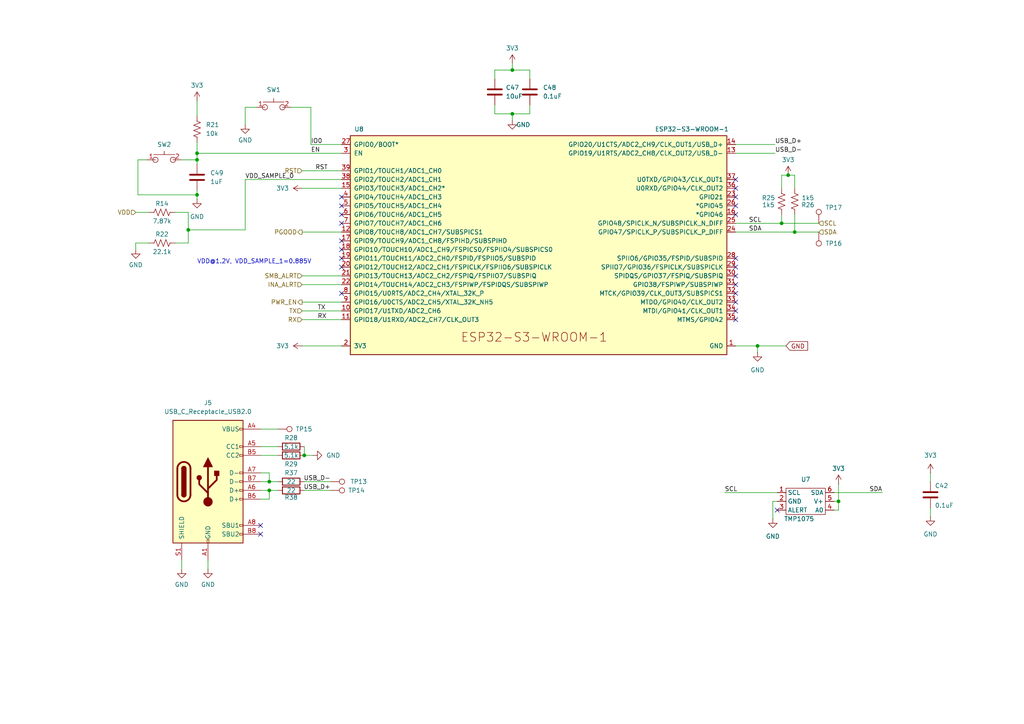
<source format=kicad_sch>
(kicad_sch (version 20231120) (generator "eeschema") (generator_version "8.0")
  (paper "A4")
  (title_block (title "BitForgeNano") (date "2024-06-21") (rev "1.0") (comment 1 "Licensed under CERN-OHL-W version 2"))
  (lib_symbols
    (symbol "BitForgeNano:+3V3_1" (power) (pin_numbers hide) (pin_names (offset 0) hide)
      (property "Value" "+3V3" (at 0 3.556 0))
      (symbol "+3V3_1_0_1"
        (polyline (pts (xy -0.762 1.27) (xy 0 2.54)))
        (polyline (pts (xy 0 0) (xy 0 2.54)))
        (polyline (pts (xy 0 2.54) (xy 0.762 1.27)))
      )
      (symbol "+3V3_1_1_1"
        (pin power_in line (at 0 0 90) (length 0) (name "~") (number "1"))
      )
    )
    (symbol "BitForgeNano:C" (pin_numbers hide) (pin_names (offset 0.254))
      (property "Reference" "C" (at 0.635 2.54 0))
      (property "Value" "C" (at 0.635 -2.54 0))
      (symbol "C_0_1"
        (polyline (pts (xy -2.032 -0.762) (xy 2.032 -0.762)) (stroke (width 0.508)))
        (polyline (pts (xy -2.032 0.762) (xy 2.032 0.762)) (stroke (width 0.508)))
      )
      (symbol "C_1_1"
        (pin passive line (at 0 3.81 270) (length 2.794) (name "~") (number "1"))
        (pin passive line (at 0 -3.81 90) (length 2.794) (name "~") (number "2"))
      )
    )
    (symbol "BitForgeNano:ESP32-S3-WROOM-1" (pin_names (offset 1.016))
      (property "Reference" "U12" (at -50.8 34.925 0))
      (property "Value" "ESP32-S3-WROOM-1" (at 45.72 34.925 0))
      (symbol "ESP32-S3-WROOM-1_0_0"
        (rectangle (start -53.34 33.02) (end 55.88 -30.48) (stroke (width 0.254)) (fill (type background)))
        (text "ESP32-S3-WROOM-1" (at 0 -25.4 0) (effects (font (size 2.54 2.54))))
        (pin power_in line (at 58.42 -27.94 180) (length 2.54) (name "GND") (number "1"))
        (pin bidirectional line (at -55.88 -17.78 0) (length 2.54) (name "GPIO17/U1TXD/ADC2_CH6") (number "10"))
        (pin bidirectional line (at -55.88 -20.32 0) (length 2.54) (name "GPIO18/U1RXD/ADC2_CH7/CLK_OUT3") (number "11"))
        (pin bidirectional line (at -55.88 5.08 0) (length 2.54) (name "GPIO8/TOUCH8/ADC1_CH7/SUBSPICS1") (number "12"))
        (pin bidirectional line (at 58.42 27.94 180) (length 2.54) (name "GPIO19/U1RTS/ADC2_CH8/CLK_OUT2/USB_D-") (number "13"))
        (pin bidirectional line (at 58.42 30.48 180) (length 2.54) (name "GPIO20/U1CTS/ADC2_CH9/CLK_OUT1/USB_D+") (number "14"))
        (pin bidirectional line (at -55.88 17.78 0) (length 2.54) (name "GPIO3/TOUCH3/ADC1_CH2*") (number "15"))
        (pin bidirectional line (at 58.42 10.16 180) (length 2.54) (name "*GPIO46") (number "16"))
        (pin bidirectional line (at -55.88 2.54 0) (length 2.54) (name "GPIO9/TOUCH9/ADC1_CH8/FSPIHD/SUBSPIHD") (number "17"))
        (pin bidirectional line (at -55.88 0 0) (length 2.54) (name "GPIO10/TOUCH10/ADC1_CH9/FSPICS0/FSPIIO4/SUBSPICS0") (number "18"))
        (pin bidirectional line (at -55.88 -2.54 0) (length 2.54) (name "GPIO11/TOUCH11/ADC2_CH0/FSPID/FSPIIO5/SUBSPID") (number "19"))
        (pin power_in line (at -55.88 -27.94 0) (length 2.54) (name "3V3") (number "2"))
        (pin bidirectional line (at -55.88 -5.08 0) (length 2.54) (name "GPIO12/TOUCH12/ADC2_CH1/FSPICLK/FSPIIO6/SUBSPICLK") (number "20"))
        (pin bidirectional line (at -55.88 -7.62 0) (length 2.54) (name "GPIO13/TOUCH13/ADC2_CH2/FSPIQ/FSPIIO7/SUBSPIQ") (number "21"))
        (pin bidirectional line (at -55.88 -10.16 0) (length 2.54) (name "GPIO14/TOUCH14/ADC2_CH3/FSPIWP/FSPIDQS/SUBSPIWP") (number "22"))
        (pin bidirectional line (at 58.42 15.24 180) (length 2.54) (name "GPIO21") (number "23"))
        (pin bidirectional line (at 58.42 5.08 180) (length 2.54) (name "GPIO47/SPICLK_P/SUBSPICLK_P_DIFF") (number "24"))
        (pin bidirectional line (at 58.42 7.62 180) (length 2.54) (name "GPIO48/SPICLK_N/SUBSPICLK_N_DIFF") (number "25"))
        (pin bidirectional line (at 58.42 12.7 180) (length 2.54) (name "*GPIO45") (number "26"))
        (pin bidirectional line (at -55.88 30.48 0) (length 2.54) (name "GPIO0/BOOT*") (number "27"))
        (pin bidirectional line (at 58.42 -2.54 180) (length 2.54) (name "SPIIO6/GPIO35/FSPID/SUBSPID") (number "28"))
        (pin bidirectional line (at 58.42 -5.08 180) (length 2.54) (name "SPIIO7/GPIO36/FSPICLK/SUBSPICLK") (number "29"))
        (pin input line (at -55.88 27.94 0) (length 2.54) (name "EN") (number "3"))
        (pin bidirectional line (at 58.42 -7.62 180) (length 2.54) (name "SPIDQS/GPIO37/FSPIQ/SUBSPIQ") (number "30"))
        (pin bidirectional line (at 58.42 -10.16 180) (length 2.54) (name "GPIO38/FSPIWP/SUBSPIWP") (number "31"))
        (pin bidirectional line (at 58.42 -12.7 180) (length 2.54) (name "MTCK/GPIO39/CLK_OUT3/SUBSPICS1") (number "32"))
        (pin bidirectional line (at 58.42 -15.24 180) (length 2.54) (name "MTDO/GPIO40/CLK_OUT2") (number "33"))
        (pin bidirectional line (at 58.42 -17.78 180) (length 2.54) (name "MTDI/GPIO41/CLK_OUT1") (number "34"))
        (pin bidirectional line (at 58.42 -20.32 180) (length 2.54) (name "MTMS/GPIO42") (number "35"))
        (pin bidirectional line (at 58.42 17.78 180) (length 2.54) (name "U0RXD/GPIO44/CLK_OUT2") (number "36"))
        (pin bidirectional line (at 58.42 20.32 180) (length 2.54) (name "U0TXD/GPIO43/CLK_OUT1") (number "37"))
        (pin bidirectional line (at -55.88 20.32 0) (length 2.54) (name "GPIO2/TOUCH2/ADC1_CH1") (number "38"))
        (pin bidirectional line (at -55.88 22.86 0) (length 2.54) (name "GPIO1/TOUCH1/ADC1_CH0") (number "39"))
        (pin bidirectional line (at -55.88 15.24 0) (length 2.54) (name "GPIO4/TOUCH4/ADC1_CH3") (number "4"))
        (pin passive line (at 58.42 -27.94 180) (length 2.54) hide (name "GND") (number "40"))
        (pin passive line (at 58.42 -27.94 180) (length 2.54) hide (name "GND") (number "41"))
        (pin bidirectional line (at -55.88 12.7 0) (length 2.54) (name "GPIO5/TOUCH5/ADC1_CH4") (number "5"))
        (pin bidirectional line (at -55.88 10.16 0) (length 2.54) (name "GPIO6/TOUCH6/ADC1_CH5") (number "6"))
        (pin bidirectional line (at -55.88 7.62 0) (length 2.54) (name "GPIO7/TOUCH7/ADC1_CH6") (number "7"))
        (pin bidirectional line (at -55.88 -12.7 0) (length 2.54) (name "GPIO15/U0RTS/ADC2_CH4/XTAL_32K_P") (number "8"))
        (pin bidirectional line (at -55.88 -15.24 0) (length 2.54) (name "GPIO16/U0CTS/ADC2_CH5/XTAL_32K_NH5") (number "9"))
      )
    )
    (symbol "BitForgeNano:GND" (power) (pin_numbers hide) (pin_names (offset 0) hide)
      (property "Value" "GND" (at 0 -3.81 0))
      (symbol "GND_0_1"
        (polyline (pts (xy 0 0) (xy 0 -1.27) (xy 1.27 -1.27) (xy 0 -2.54) (xy -1.27 -1.27) (xy 0 -1.27)))
      )
      (symbol "GND_1_1"
        (pin power_in line (at 0 0 270) (length 0) (name "~") (number "1"))
      )
    )
    (symbol "BitForgeNano:GND_2" (power) (pin_numbers hide) (pin_names (offset 0) hide)
      (property "Value" "GND" (at 0 -3.81 0))
      (symbol "GND_2_0_1"
        (polyline (pts (xy 0 0) (xy 0 -1.27) (xy 1.27 -1.27) (xy 0 -2.54) (xy -1.27 -1.27) (xy 0 -1.27)))
      )
      (symbol "GND_2_1_1"
        (pin power_in line (at 0 0 270) (length 0) (name "~") (number "1"))
      )
    )
    (symbol "BitForgeNano:GT-TC029B-H025-L1N"
      (property "Reference" "SW2" (at 0 3.81 0))
      (symbol "GT-TC029B-H025-L1N_0_1"
        (circle (center -2.54 0) (radius 0.76))
        (polyline (pts (xy -3.05 1.52) (xy 3.05 1.52)))
        (polyline (pts (xy 0 1.52) (xy 0 2.54)))
        (circle (center 2.54 0) (radius 0.76))
        (pin unspecified line (at -5.08 0 0) (length 2.54) (name "~") (number "1"))
        (pin unspecified line (at 5.08 0 180) (length 2.54) (name "~") (number "2"))
      )
    )
    (symbol "BitForgeNano:R" (pin_numbers hide) (pin_names (offset 0))
      (property "Reference" "R" (at 2.032 0 90))
      (property "Value" "R" (at 0 0 90))
      (symbol "R_0_1"
        (rectangle (start -1.016 -2.54) (end 1.016 2.54) (stroke (width 0.254)))
      )
      (symbol "R_1_1"
        (pin passive line (at 0 3.81 270) (length 1.27) (name "~") (number "1"))
        (pin passive line (at 0 -3.81 90) (length 1.27) (name "~") (number "2"))
      )
    )
    (symbol "BitForgeNano:R_US" (pin_numbers hide) (pin_names (offset 0))
      (property "Reference" "R" (at 2.54 0 90))
      (property "Value" "R_US" (at -2.54 0 90))
      (symbol "R_US_0_1"
        (polyline (pts (xy 0 -2.286) (xy 0 -2.54)))
        (polyline (pts (xy 0 2.286) (xy 0 2.54)))
        (polyline (pts (xy 0 -0.762) (xy 1.016 -1.143) (xy 0 -1.524) (xy -1.016 -1.905) (xy 0 -2.286)))
        (polyline (pts (xy 0 0.762) (xy 1.016 0.381) (xy 0 0) (xy -1.016 -0.381) (xy 0 -0.762)))
        (polyline (pts (xy 0 2.286) (xy 1.016 1.905) (xy 0 1.524) (xy -1.016 1.143) (xy 0 0.762)))
      )
      (symbol "R_US_1_1"
        (pin passive line (at 0 3.81 270) (length 1.27) (name "~") (number "1"))
        (pin passive line (at 0 -3.81 90) (length 1.27) (name "~") (number "2"))
      )
    )
    (symbol "BitForgeNano:TMP1075-DRL-SOT563"
      (property "Reference" "U" (at -5.08 5.08 0))
      (symbol "TMP1075-DRL-SOT563_0_1"
        (rectangle (start -6.35 3.81) (end 5.08 -3.81))
      )
      (symbol "TMP1075-DRL-SOT563_1_1"
        (pin open_collector line (at -8.89 2.54 0) (length 2.54) (name "SCL") (number "1"))
        (pin power_in line (at -8.89 0 0) (length 2.54) (name "GND") (number "2"))
        (pin open_collector line (at -8.89 -2.54 0) (length 2.54) (name "ALERT") (number "3"))
        (pin input line (at 7.62 -2.54 180) (length 2.54) (name "A0") (number "4"))
        (pin power_in line (at 7.62 0 180) (length 2.54) (name "V+") (number "5"))
        (pin open_collector line (at 7.62 2.54 180) (length 2.54) (name "SDA") (number "6"))
      )
    )
    (symbol "BitForgeNano:TestPoint" (pin_numbers hide) (pin_names (offset 0.762) hide)
      (property "Reference" "TP" (at 0 6.858 0))
      (property "Value" "TestPoint" (at 0 5.08 0))
      (symbol "TestPoint_0_1"
        (circle (center 0 3.302) (radius 0.762))
      )
      (symbol "TestPoint_1_1"
        (pin passive line (at 0 0 90) (length 2.54) (name "1") (number "1"))
      )
    )
    (symbol "BitForgeNano:USB_C_Receptacle_USB2.0" (pin_names (offset 1.016))
      (property "Reference" "J" (at -10.16 19.05 0))
      (property "Value" "USB_C_Receptacle_USB2.0" (at 19.05 19.05 0))
      (symbol "USB_C_Receptacle_USB2.0_0_0"
        (rectangle (start -0.254 -17.78) (end 0.254 -16.764))
        (rectangle (start 10.16 -14.986) (end 9.144 -15.494))
        (rectangle (start 10.16 -12.446) (end 9.144 -12.954))
        (rectangle (start 10.16 -4.826) (end 9.144 -5.334))
        (rectangle (start 10.16 -2.286) (end 9.144 -2.794))
        (rectangle (start 10.16 0.254) (end 9.144 -0.254))
        (rectangle (start 10.16 2.794) (end 9.144 2.286))
        (rectangle (start 10.16 7.874) (end 9.144 7.366))
        (rectangle (start 10.16 10.414) (end 9.144 9.906))
        (rectangle (start 10.16 15.494) (end 9.144 14.986))
      )
      (symbol "USB_C_Receptacle_USB2.0_0_1"
        (rectangle (start -10.16 17.78) (end 10.16 -17.78) (stroke (width 0.254)) (fill (type background)))
        (arc (start -8.89 -3.81) (mid -6.985 -5.7067) (end -5.08 -3.81) (stroke (width 0.508)))
        (arc (start -7.62 -3.81) (mid -6.985 -4.4423) (end -6.35 -3.81) (stroke (width 0.254)))
        (arc (start -7.62 -3.81) (mid -6.985 -4.4423) (end -6.35 -3.81) (stroke (width 0.254)) (fill (type outline)))
        (rectangle (start -7.62 -3.81) (end -6.35 3.81) (stroke (width 0.254)) (fill (type outline)))
        (arc (start -6.35 3.81) (mid -6.985 4.4423) (end -7.62 3.81) (stroke (width 0.254)))
        (arc (start -6.35 3.81) (mid -6.985 4.4423) (end -7.62 3.81) (stroke (width 0.254)) (fill (type outline)))
        (arc (start -5.08 3.81) (mid -6.985 5.7067) (end -8.89 3.81) (stroke (width 0.508)))
        (circle (center -2.54 1.143) (radius 0.635) (stroke (width 0.254)) (fill (type outline)))
        (circle (center 0 -5.842) (radius 1.27) (fill (type outline)))
        (polyline (pts (xy -8.89 -3.81) (xy -8.89 3.81)) (stroke (width 0.508)))
        (polyline (pts (xy -5.08 3.81) (xy -5.08 -3.81)) (stroke (width 0.508)))
        (polyline (pts (xy 0 -5.842) (xy 0 4.318)) (stroke (width 0.508)))
        (polyline (pts (xy 0 -3.302) (xy -2.54 -0.762) (xy -2.54 0.508)) (stroke (width 0.508)))
        (polyline (pts (xy 0 -2.032) (xy 2.54 0.508) (xy 2.54 1.778)) (stroke (width 0.508)))
        (polyline (pts (xy -1.27 4.318) (xy 0 6.858) (xy 1.27 4.318) (xy -1.27 4.318)) (stroke (width 0.254)) (fill (type outline)))
        (rectangle (start 1.905 1.778) (end 3.175 3.048) (stroke (width 0.254)) (fill (type outline)))
      )
      (symbol "USB_C_Receptacle_USB2.0_1_1"
        (pin passive line (at 0 -22.86 90) (length 5.08) (name "GND") (number "A1"))
        (pin passive line (at 0 -22.86 90) (length 5.08) hide (name "GND") (number "A12"))
        (pin passive line (at 15.24 15.24 180) (length 5.08) (name "VBUS") (number "A4"))
        (pin bidirectional line (at 15.24 10.16 180) (length 5.08) (name "CC1") (number "A5"))
        (pin bidirectional line (at 15.24 -2.54 180) (length 5.08) (name "D+") (number "A6"))
        (pin bidirectional line (at 15.24 2.54 180) (length 5.08) (name "D-") (number "A7"))
        (pin bidirectional line (at 15.24 -12.7 180) (length 5.08) (name "SBU1") (number "A8"))
        (pin passive line (at 15.24 15.24 180) (length 5.08) hide (name "VBUS") (number "A9"))
        (pin passive line (at 0 -22.86 90) (length 5.08) hide (name "GND") (number "B1"))
        (pin passive line (at 0 -22.86 90) (length 5.08) hide (name "GND") (number "B12"))
        (pin passive line (at 15.24 15.24 180) (length 5.08) hide (name "VBUS") (number "B4"))
        (pin bidirectional line (at 15.24 7.62 180) (length 5.08) (name "CC2") (number "B5"))
        (pin bidirectional line (at 15.24 -5.08 180) (length 5.08) (name "D+") (number "B6"))
        (pin bidirectional line (at 15.24 0 180) (length 5.08) (name "D-") (number "B7"))
        (pin bidirectional line (at 15.24 -15.24 180) (length 5.08) (name "SBU2") (number "B8"))
        (pin passive line (at 15.24 15.24 180) (length 5.08) hide (name "VBUS") (number "B9"))
        (pin passive line (at -7.62 -22.86 90) (length 5.08) (name "SHIELD") (number "S1"))
      )
    )
  )
  (junction (at 57.15 46.355))
  (junction (at 57.15 56.515))
  (junction (at 54.61 66.675))
  (junction (at 219.71 100.33))
  (junction (at 228.6 50.8))
  (junction (at 226.695 64.77))
  (junction (at 148.59 20.32))
  (junction (at 230.505 67.31))
  (junction (at 88.265 132.08))
  (junction (at 78.105 142.24))
  (junction (at 243.205 145.415))
  (junction (at 148.59 33.02))
  (junction (at 57.15 44.45))
  (junction (at 78.105 139.7))
  (no_connect (at 213.36 77.47))
  (no_connect (at 99.06 74.93))
  (no_connect (at 75.565 154.94))
  (no_connect (at 99.06 64.77))
  (no_connect (at 75.565 152.4))
  (no_connect (at 213.36 92.71))
  (no_connect (at 213.36 74.93))
  (no_connect (at 225.425 147.955))
  (no_connect (at 213.36 54.61))
  (no_connect (at 213.36 62.23))
  (no_connect (at 99.06 59.69))
  (no_connect (at 99.06 69.85))
  (no_connect (at 213.36 85.09))
  (no_connect (at 213.36 82.55))
  (no_connect (at 99.06 62.23))
  (no_connect (at 99.06 72.39))
  (no_connect (at 213.36 59.69))
  (no_connect (at 213.36 87.63))
  (no_connect (at 99.06 77.47))
  (no_connect (at 213.36 57.15))
  (no_connect (at 99.06 57.15))
  (no_connect (at 99.06 85.09))
  (no_connect (at 213.36 80.01))
  (no_connect (at 213.36 52.07))
  (no_connect (at 213.36 90.17))
  (wire (pts (xy 57.15 56.515) (xy 57.15 57.785)))
  (wire (pts (xy 153.67 33.02) (xy 148.59 33.02)))
  (wire (pts (xy 52.705 162.56) (xy 52.705 165.1)))
  (wire (pts (xy 99.06 49.53) (xy 87.63 49.53)))
  (wire (pts (xy 148.59 33.02) (xy 148.59 34.925)))
  (wire (pts (xy 226.695 54.61) (xy 226.695 50.8)))
  (wire (pts (xy 71.12 31.115) (xy 74.295 31.115)))
  (wire (pts (xy 39.37 61.595) (xy 43.18 61.595)))
  (wire (pts (xy 75.565 132.08) (xy 80.645 132.08)))
  (wire (pts (xy 57.15 46.355) (xy 57.15 47.625)))
  (wire (pts (xy 87.63 82.55) (xy 99.06 82.55)))
  (wire (pts (xy 40.005 46.355) (xy 40.005 56.515)))
  (wire (pts (xy 78.105 142.24) (xy 80.645 142.24)))
  (wire (pts (xy 243.205 145.415) (xy 243.205 147.955)))
  (wire (pts (xy 148.59 18.415) (xy 148.59 20.32)))
  (wire (pts (xy 75.565 137.16) (xy 78.105 137.16)))
  (wire (pts (xy 226.695 62.23) (xy 226.695 64.77)))
  (wire (pts (xy 54.61 66.675) (xy 71.12 66.675)))
  (wire (pts (xy 230.505 50.8) (xy 230.505 54.61)))
  (wire (pts (xy 219.71 100.33) (xy 227.965 100.33)))
  (wire (pts (xy 213.36 64.77) (xy 226.695 64.77)))
  (wire (pts (xy 143.51 33.02) (xy 143.51 30.48)))
  (wire (pts (xy 57.15 44.45) (xy 57.15 46.355)))
  (wire (pts (xy 87.63 67.31) (xy 99.06 67.31)))
  (wire (pts (xy 75.565 142.24) (xy 78.105 142.24)))
  (wire (pts (xy 39.37 70.485) (xy 43.18 70.485)))
  (wire (pts (xy 153.67 30.48) (xy 153.67 33.02)))
  (wire (pts (xy 57.15 41.275) (xy 57.15 44.45)))
  (wire (pts (xy 87.63 87.63) (xy 99.06 87.63)))
  (wire (pts (xy 226.695 50.8) (xy 228.6 50.8)))
  (wire (pts (xy 153.67 20.32) (xy 148.59 20.32)))
  (wire (pts (xy 78.105 144.78) (xy 75.565 144.78)))
  (wire (pts (xy 42.545 46.355) (xy 40.005 46.355)))
  (wire (pts (xy 71.12 66.675) (xy 71.12 52.07)))
  (wire (pts (xy 213.36 67.31) (xy 230.505 67.31)))
  (wire (pts (xy 78.105 142.24) (xy 78.105 144.78)))
  (wire (pts (xy 99.06 92.71) (xy 87.63 92.71)))
  (wire (pts (xy 87.63 54.61) (xy 99.06 54.61)))
  (wire (pts (xy 54.61 61.595) (xy 54.61 66.675)))
  (wire (pts (xy 213.36 100.33) (xy 219.71 100.33)))
  (wire (pts (xy 54.61 70.485) (xy 50.8 70.485)))
  (wire (pts (xy 230.505 62.23) (xy 230.505 67.31)))
  (wire (pts (xy 78.105 139.7) (xy 80.645 139.7)))
  (wire (pts (xy 99.06 90.17) (xy 87.63 90.17)))
  (wire (pts (xy 269.875 137.16) (xy 269.875 139.7)))
  (wire (pts (xy 52.705 46.355) (xy 57.15 46.355)))
  (wire (pts (xy 88.265 129.54) (xy 88.265 132.08)))
  (wire (pts (xy 40.005 56.515) (xy 57.15 56.515)))
  (wire (pts (xy 39.37 70.485) (xy 39.37 72.39)))
  (wire (pts (xy 213.36 41.91) (xy 224.79 41.91)))
  (wire (pts (xy 88.265 142.24) (xy 95.885 142.24)))
  (wire (pts (xy 228.6 50.8) (xy 230.505 50.8)))
  (wire (pts (xy 75.565 129.54) (xy 80.645 129.54)))
  (wire (pts (xy 210.185 142.875) (xy 225.425 142.875)))
  (wire (pts (xy 213.36 44.45) (xy 224.79 44.45)))
  (wire (pts (xy 75.565 124.46) (xy 80.645 124.46)))
  (wire (pts (xy 241.935 145.415) (xy 243.205 145.415)))
  (wire (pts (xy 87.63 80.01) (xy 99.06 80.01)))
  (wire (pts (xy 148.59 20.32) (xy 143.51 20.32)))
  (wire (pts (xy 226.695 64.77) (xy 237.49 64.77)))
  (wire (pts (xy 143.51 20.32) (xy 143.51 22.86)))
  (wire (pts (xy 50.8 61.595) (xy 54.61 61.595)))
  (wire (pts (xy 57.15 29.21) (xy 57.15 33.655)))
  (wire (pts (xy 148.59 33.02) (xy 143.51 33.02)))
  (wire (pts (xy 224.155 145.415) (xy 224.155 150.495)))
  (wire (pts (xy 54.61 66.675) (xy 54.61 70.485)))
  (wire (pts (xy 153.67 22.86) (xy 153.67 20.32)))
  (wire (pts (xy 219.71 100.33) (xy 219.71 102.235)))
  (wire (pts (xy 241.935 142.875) (xy 255.905 142.875)))
  (wire (pts (xy 57.15 55.245) (xy 57.15 56.515)))
  (wire (pts (xy 78.105 139.7) (xy 75.565 139.7)))
  (wire (pts (xy 87.63 100.33) (xy 99.06 100.33)))
  (wire (pts (xy 243.205 147.955) (xy 241.935 147.955)))
  (wire (pts (xy 71.12 31.115) (xy 71.12 36.195)))
  (wire (pts (xy 57.15 44.45) (xy 99.06 44.45)))
  (wire (pts (xy 60.325 162.56) (xy 60.325 165.1)))
  (wire (pts (xy 84.455 31.115) (xy 90.17 31.115)))
  (wire (pts (xy 71.12 52.07) (xy 99.06 52.07)))
  (wire (pts (xy 88.265 139.7) (xy 95.885 139.7)))
  (wire (pts (xy 225.425 145.415) (xy 224.155 145.415)))
  (wire (pts (xy 78.105 137.16) (xy 78.105 139.7)))
  (wire (pts (xy 90.17 31.115) (xy 90.17 41.91)))
  (wire (pts (xy 269.875 147.32) (xy 269.875 149.86)))
  (wire (pts (xy 243.205 145.415) (xy 243.205 140.335)))
  (wire (pts (xy 90.17 41.91) (xy 99.06 41.91)))
  (wire (pts (xy 230.505 67.31) (xy 237.49 67.31)))
  (wire (pts (xy 88.265 132.08) (xy 90.805 132.08)))
  (text "VDD@1.2V, VDD_SAMPLE_1=0.885V\n\n" (at 57.15 78.74 0) (effects (font (size 1.27 1.27)) (justify left bottom)))
  (label "SDA" (at 255.905 142.875 180))
  (label "SDA" (at 217.17 67.31 0))
  (label "TX" (at 92.075 90.17 0))
  (label "VDD_SAMPLE_0" (at 71.12 52.07 0))
  (label "USB_D+" (at 224.79 41.91 0))
  (label "IO0" (at 90.17 41.91 0))
  (label "RX" (at 92.075 92.71 0))
  (label "USB_D-" (at 224.79 44.45 0))
  (label "EN" (at 90.17 44.45 0))
  (label "RST" (at 91.44 49.53 0))
  (label "USB_D-" (at 95.885 139.7 180))
  (label "USB_D+" (at 95.885 142.24 180))
  (label "SCL" (at 210.185 142.875 0))
  (label "SCL" (at 217.17 64.77 0))
  (global_label "GND" (shape input) (at 227.965 100.33 0) (property "Intersheetrefs" "${INTERSHEET_REFS}" (effects (hide yes))))
  (hierarchical_label "SCL" (shape input) (at 237.49 64.77 0))
  (hierarchical_label "PGOOD" (shape output) (at 87.63 67.31 180))
  (hierarchical_label "VDD" (shape input) (at 39.37 61.595 180))
  (hierarchical_label "RX" (shape input) (at 87.63 92.71 180))
  (hierarchical_label "SMB_ALRT" (shape input) (at 87.63 80.01 180))
  (hierarchical_label "RST" (shape input) (at 87.63 49.53 180))
  (hierarchical_label "PWR_EN" (shape output) (at 87.63 87.63 180))
  (hierarchical_label "INA_ALRT" (shape input) (at 87.63 82.55 180))
  (hierarchical_label "SDA" (shape input) (at 237.49 67.31 0))
  (hierarchical_label "TX" (shape input) (at 87.63 90.17 180))
  (symbol (lib_id "BitForgeNano:R") (at 84.455 129.54 270) (unit 1)
    (property "Reference" "R28" (at 84.455 127 90))
    (property "Value" "5.1k" (at 84.455 129.54 90))
    (property "Footprint" "BitForgeNano:R_0201_0603Metric" (effects (hide yes)))
    (property "Description" "RC0201FR-075K1L" (effects (hide yes)))
    (property "DK" "YAG2741CT-ND" (effects (hide yes)))
  )
  (symbol (lib_id "BitForgeNano:R_US") (at 57.15 37.465 0) (unit 1)
    (property "Reference" "R21" (at 59.69 36.1949 0) (effects (justify left)))
    (property "Value" "10k" (at 59.69 38.7349 0) (effects (justify left)))
    (property "Footprint" "Resistor_SMD:R_0402_1005Metric" (effects (hide yes)))
    (property "Description" "Resistor, US symbol" (effects (hide yes)))
    (property "DK" "311-10KJRCT-ND" (effects (hide yes)))
    (property "PARTNO" "RC0402JR-0710KL" (effects (hide yes)))
  )
  (symbol (lib_id "BitForgeNano:GND_2") (at 219.71 102.235 0) (unit 1)
    (property "Reference" "#PWR018" (effects (hide yes)))
    (property "Value" "GND" (at 219.71 107.315 0))
    (property "Description" "Power symbol creates a global label with name \"GND\" , ground" (effects (hide yes)))
  )
  (symbol (lib_id "BitForgeNano:C") (at 269.875 143.51 0) (unit 1)
    (property "Reference" "C42" (at 271.145 141.605 0) (effects (justify left bottom)))
    (property "Value" "0.1uF" (at 271.145 147.32 0) (effects (justify left bottom)))
    (property "Footprint" "Capacitor_SMD:C_0402_1005Metric" (effects (hide yes)))
    (property "Description" "Unpolarized capacitor" (effects (hide yes)))
    (property "DK" "1276-CL05B104KP5VPNCCT-ND" (effects (hide yes)))
  )
  (symbol (lib_id "BitForgeNano:+3V3_1") (at 57.15 29.21 0) (unit 1)
    (property "Reference" "#PWR016" (effects (hide yes)))
    (property "Value" "3V3" (at 57.15 24.765 0))
    (property "Description" "Power symbol creates a global label with name \"+3V3\"" (effects (hide yes)))
  )
  (symbol (lib_id "BitForgeNano:R") (at 84.455 139.7 270) (unit 1)
    (property "Reference" "R37" (at 84.455 137.16 90))
    (property "Value" "22" (at 84.455 139.7 90))
    (property "Footprint" "BitForgeNano:R_0201_0603Metric" (effects (hide yes)))
    (property "Description" "RC0201FR-0722RL" (effects (hide yes)))
    (property "DK" "YAG2518CT-ND" (effects (hide yes)))
  )
  (symbol (lib_id "BitForgeNano:TestPoint") (at 237.49 64.77 0) (unit 1)
    (property "Reference" "TP17" (at 239.395 60.1979 0) (effects (justify left)))
    (property "Value" "TestPoint" (effects (hide yes)))
    (property "Footprint" "BitForgeNano:TestPoint_Pad_D1.0mm" (effects (hide yes)))
    (property "Description" "test point" (effects (hide yes)))
  )
  (symbol (lib_id "BitForgeNano:GND_2") (at 148.59 34.925 0) (unit 1)
    (property "Reference" "#PWR019" (effects (hide yes)))
    (property "Value" "GND" (at 151.765 36.195 0))
    (property "Description" "Power symbol creates a global label with name \"GND\" , ground" (effects (hide yes)))
  )
  (symbol (lib_id "BitForgeNano:+3V3_1") (at 228.6 50.8 0) (unit 1)
    (property "Reference" "#PWR017" (effects (hide yes)))
    (property "Value" "3V3" (at 228.6 46.355 0))
    (property "Description" "Power symbol creates a global label with name \"+3V3\"" (effects (hide yes)))
  )
  (symbol (lib_id "BitForgeNano:R") (at 84.455 132.08 270) (mirror x) (unit 1)
    (property "Reference" "R29" (at 84.455 134.62 90))
    (property "Value" "5.1k" (at 84.455 132.08 90))
    (property "Footprint" "BitForgeNano:R_0201_0603Metric" (effects (hide yes)))
    (property "Description" "RC0201FR-075K1L" (effects (hide yes)))
    (property "DK" "YAG2741CT-ND" (effects (hide yes)))
  )
  (symbol (lib_id "BitForgeNano:GND_2") (at 71.12 36.195 0) (unit 1)
    (property "Reference" "#PWR021" (effects (hide yes)))
    (property "Value" "GND" (at 71.12 40.64 0))
    (property "Description" "Power symbol creates a global label with name \"GND\" , ground" (effects (hide yes)))
  )
  (symbol (lib_id "BitForgeNano:GT-TC029B-H025-L1N") (at 47.625 46.355 0) (unit 1)
    (property "Reference" "SW2" (at 47.625 41.91 0))
    (property "Value" "GT-TC029B-H025-L1N" (effects (hide yes)))
    (property "Footprint" "bitaxe:SW_CS1213AGF260_CRS" (effects (hide yes)))
    (property "Datasheet" "https://www.citrelay.com/Catalog%20Pages/SwitchCatalog/CS1213.pdf" (effects (hide yes)))
    (property "Description" "CS1213AGF260" (effects (hide yes)))
    (property "DK" "2449-CS1213AGF260CT-ND" (effects (hide yes)))
    (property "PARTNO" "CS1213AGF260" (effects (hide yes)))
  )
  (symbol (lib_id "BitForgeNano:+3V3_1") (at 87.63 100.33 90) (unit 1)
    (property "Reference" "#PWR09" (effects (hide yes)))
    (property "Value" "3V3" (at 83.82 100.3299 90) (effects (justify left)))
    (property "Description" "Power symbol creates a global label with name \"+3V3\"" (effects (hide yes)))
  )
  (symbol (lib_id "BitForgeNano:R_US") (at 46.99 61.595 270) (unit 1)
    (property "Reference" "R14" (at 46.99 59.055 90))
    (property "Value" "7.87k" (at 46.99 64.135 90))
    (property "Footprint" "BitForgeNano:R_0402_1005Metric" (effects (hide yes)))
    (property "Description" "Resistor, US symbol" (effects (hide yes)))
    (property "DK" "311-7.87KLRCT-ND" (effects (hide yes)))
    (property "PARTNO" "RC0402FR-077K87L" (effects (hide yes)))
  )
  (symbol (lib_id "BitForgeNano:R_US") (at 46.99 70.485 90) (unit 1)
    (property "Reference" "R22" (at 46.99 67.945 90))
    (property "Value" "22.1k" (at 46.99 73.025 90))
    (property "Footprint" "BitForgeNano:R_0402_1005Metric" (effects (hide yes)))
    (property "Description" "Resistor, US symbol" (effects (hide yes)))
    (property "DK" "311-22.1KLRCT-ND" (effects (hide yes)))
    (property "PARTNO" "RC0402FR-0722K1L" (effects (hide yes)))
  )
  (symbol (lib_id "BitForgeNano:TestPoint") (at 95.885 142.24 270) (unit 1)
    (property "Reference" "TP14" (at 100.965 142.2399 90) (effects (justify left)))
    (property "Value" "TestPoint" (effects (hide yes)))
    (property "Footprint" "BitForgeNano:TestPoint_Pad_D1.0mm" (effects (hide yes)))
    (property "Description" "test point" (effects (hide yes)))
  )
  (symbol (lib_id "BitForgeNano:+3V3_1") (at 269.875 137.16 0) (unit 1)
    (property "Reference" "#PWR012" (effects (hide yes)))
    (property "Value" "3V3" (at 269.875 132.08 0))
    (property "Description" "Power symbol creates a global label with name \"+3V3\"" (effects (hide yes)))
  )
  (symbol (lib_id "BitForgeNano:C") (at 143.51 26.67 0) (unit 1)
    (property "Reference" "C47" (at 146.685 25.3999 0) (effects (justify left)))
    (property "Value" "10uF" (at 146.685 27.9399 0) (effects (justify left)))
    (property "Footprint" "Capacitor_SMD:C_0805_2012Metric" (effects (hide yes)))
    (property "Description" "Unpolarized capacitor" (effects (hide yes)))
    (property "DK" "1276-1096-1-ND" (effects (hide yes)))
    (property "PARTNO" "CL21A106KOQNNNE" (effects (hide yes)))
  )
  (symbol (lib_id "BitForgeNano:GND_2") (at 269.875 149.86 0) (unit 1)
    (property "Reference" "#PWR014" (effects (hide yes)))
    (property "Value" "GND" (at 269.875 154.94 0))
    (property "Description" "Power symbol creates a global label with name \"GND\" , ground" (effects (hide yes)))
  )
  (symbol (lib_id "BitForgeNano:R") (at 84.455 142.24 270) (unit 1)
    (property "Reference" "R38" (at 84.455 144.272 90))
    (property "Value" "22" (at 84.455 142.24 90))
    (property "Footprint" "BitForgeNano:R_0201_0603Metric" (effects (hide yes)))
    (property "Description" "RC0201FR-0722RL" (effects (hide yes)))
    (property "DK" "YAG2518CT-ND" (effects (hide yes)))
  )
  (symbol (lib_id "BitForgeNano:GND") (at 60.325 165.1 0) (unit 1)
    (property "Reference" "#PWR059" (effects (hide yes)))
    (property "Value" "GND" (at 60.325 169.545 0))
    (property "Description" "Power symbol creates a global label with name \"GND\" , ground" (effects (hide yes)))
  )
  (symbol (lib_id "BitForgeNano:C") (at 153.67 26.67 0) (unit 1)
    (property "Reference" "C48" (at 157.48 25.3999 0) (effects (justify left)))
    (property "Value" "0.1uF" (at 157.48 27.9399 0) (effects (justify left)))
    (property "Footprint" "Capacitor_SMD:C_0402_1005Metric" (effects (hide yes)))
    (property "Description" "Unpolarized capacitor" (effects (hide yes)))
    (property "DK" "1292-1639-1-ND" (effects (hide yes)))
    (property "PARTNO" "0402X104K100CT" (effects (hide yes)))
  )
  (symbol (lib_id "BitForgeNano:TestPoint") (at 80.645 124.46 270) (unit 1)
    (property "Reference" "TP15" (at 85.725 124.4599 90) (effects (justify left)))
    (property "Value" "TestPoint" (effects (hide yes)))
    (property "Footprint" "BitForgeNano:TestPoint_Pad_D1.0mm" (effects (hide yes)))
    (property "Description" "test point" (effects (hide yes)))
  )
  (symbol (lib_id "BitForgeNano:R_US") (at 230.505 58.42 0) (unit 1)
    (property "Reference" "R26" (at 234.315 59.436 0))
    (property "Value" "1k5" (at 234.315 57.404 0))
    (property "Footprint" "BitForgeNano:R_0402_1005Metric" (effects (hide yes)))
    (property "Description" "Resistor, US symbol" (effects (hide yes)))
    (property "DK" "311-1.50KLRCT-ND" (effects (hide yes)))
    (property "PARTNO" "RC0402FR-135K1L" (effects (hide yes)))
  )
  (symbol (lib_id "BitForgeNano:TMP1075-DRL-SOT563") (at 234.315 145.415 0) (unit 1)
    (property "Reference" "U7" (at 233.68 139.065 0))
    (property "Value" "TMP1075" (at 231.775 150.495 0))
    (property "Footprint" "BitForgeNano:SOT-563" (effects (hide yes)))
    (property "Description" "TMP1075NDRLR" (effects (hide yes)))
    (property "Distributor" "D" (effects (hide yes)))
    (property "Manufacturer" "TMP1075NDRLR" (effects (hide yes)))
    (property "OrderNr" "296-TMP1075NDRLRCT-ND" (effects (hide yes)))
    (property "DK" "296-TMP1075NDRLRCT-ND" (effects (hide yes)))
  )
  (symbol (lib_id "BitForgeNano:TestPoint") (at 237.49 67.31 180) (unit 1)
    (property "Reference" "TP16" (at 239.395 70.6119 0) (effects (justify right)))
    (property "Value" "TestPoint" (effects (hide yes)))
    (property "Footprint" "BitForgeNano:TestPoint_Pad_D1.0mm" (effects (hide yes)))
    (property "Description" "test point" (effects (hide yes)))
  )
  (symbol (lib_id "BitForgeNano:+3V3_1") (at 148.59 18.415 0) (unit 1)
    (property "Reference" "#PWR0101" (effects (hide yes)))
    (property "Value" "3V3" (at 148.59 13.97 0))
    (property "Description" "Power symbol creates a global label with name \"+3V3\"" (effects (hide yes)))
  )
  (symbol (lib_id "BitForgeNano:GND_2") (at 224.155 150.495 0) (unit 1)
    (property "Reference" "#PWR015" (effects (hide yes)))
    (property "Value" "GND" (at 224.155 155.575 0))
    (property "Description" "Power symbol creates a global label with name \"GND\" , ground" (effects (hide yes)))
  )
  (symbol (lib_id "BitForgeNano:+3V3_1") (at 87.63 54.61 90) (unit 1)
    (property "Reference" "#PWR010" (effects (hide yes)))
    (property "Value" "3V3" (at 83.82 54.6099 90) (effects (justify left)))
    (property "Description" "Power symbol creates a global label with name \"+3V3\"" (effects (hide yes)))
  )
  (symbol (lib_id "BitForgeNano:R_US") (at 226.695 58.42 180) (unit 1)
    (property "Reference" "R25" (at 222.885 57.404 0))
    (property "Value" "1k5" (at 222.885 59.436 0))
    (property "Footprint" "BitForgeNano:R_0402_1005Metric" (effects (hide yes)))
    (property "Description" "Resistor, US symbol" (effects (hide yes)))
    (property "DK" "311-1.50KLRCT-ND" (effects (hide yes)))
    (property "PARTNO" "RC0402FR-135K1L" (effects (hide yes)))
  )
  (symbol (lib_id "BitForgeNano:C") (at 57.15 51.435 0) (unit 1)
    (property "Reference" "C49" (at 60.96 50.1649 0) (effects (justify left)))
    (property "Value" "1uF" (at 60.96 52.7049 0) (effects (justify left)))
    (property "Footprint" "Capacitor_SMD:C_0402_1005Metric" (effects (hide yes)))
    (property "Description" "Unpolarized capacitor" (effects (hide yes)))
    (property "DK" "587-5514-1-ND" (effects (hide yes)))
    (property "PARTNO" "EMK105BJ105MV-F" (effects (hide yes)))
  )
  (symbol (lib_id "BitForgeNano:ESP32-S3-WROOM-1") (at 154.94 72.39 0) (unit 1)
    (property "Reference" "U8" (at 104.14 37.465 0))
    (property "Value" "ESP32-S3-WROOM-1" (at 200.66 37.465 0))
    (property "Footprint" "Espressif:ESP32-S3-WROOM-1" (effects (hide yes)))
    (property "Datasheet" "https://www.espressif.com/sites/default/files/documentation/esp32-s3-wroom-1_wroom-1u_datasheet_en.pdf" (effects (hide yes)))
    (property "Description" "2.4 GHz WiFi (802.11 b/g/n) and Bluetooth ® 5 (LE) module Built around ESP32S3 series of SoCs, Xtensa ® dualcore 32bit LX7 microprocessor Flash up to 16 MB, PSRAM up to 8 MB 36 GPIOs, rich set of peripherals Onboard PCB antenna" (effects (hide yes)))
    (property "DK" "1965-ESP32-S3-WROOM-1-N16R8CT-ND" (effects (hide yes)))
    (property "PARTNO" "ESP32-S3-WROOM-1-N16R8" (effects (hide yes)))
  )
  (symbol (lib_id "BitForgeNano:USB_C_Receptacle_USB2.0") (at 60.325 139.7 0) (unit 1)
    (property "Reference" "J5" (at 60.325 116.84 0))
    (property "Value" "USB_C_Receptacle_USB2.0" (at 60.325 119.38 0))
    (property "Footprint" "BitForgeNano:USB_C_Receptacle_GCT_USB4105-xx-A_16P_TopMnt_Horizontal" (effects (hide yes)))
    (property "Datasheet" "https://www.usb.org/sites/default/files/documents/usb_type-c.zip" (effects (hide yes)))
    (property "Description" "USB 2.0-only Type-C Receptacle connector" (effects (hide yes)))
    (property "Distributor" "D" (effects (hide yes)))
    (property "Manufacturer" "USB4105-GF-A" (effects (hide yes)))
    (property "OrderNr" "2073-USB4105-GF-ACT-ND" (effects (hide yes)))
    (property "DK" "2073-USB4105-GF-ACT-ND" (effects (hide yes)))
  )
  (symbol (lib_id "BitForgeNano:GT-TC029B-H025-L1N") (at 79.375 31.115 0) (unit 1)
    (property "Reference" "SW1" (at 79.375 26.035 0))
    (property "Value" "GT-TC029B-H025-L1N" (effects (hide yes)))
    (property "Footprint" "bitaxe:SW_CS1213AGF260_CRS" (effects (hide yes)))
    (property "Datasheet" "https://www.citrelay.com/Catalog%20Pages/SwitchCatalog/CS1213.pdf" (effects (hide yes)))
    (property "Description" "CS1213AGF260" (effects (hide yes)))
    (property "DK" "2449-CS1213AGF260CT-ND" (effects (hide yes)))
    (property "PARTNO" "CS1213AGF260" (effects (hide yes)))
  )
  (symbol (lib_id "BitForgeNano:+3V3_1") (at 243.205 140.335 0) (unit 1)
    (property "Reference" "#PWR013" (effects (hide yes)))
    (property "Value" "3V3" (at 243.205 135.89 0))
    (property "Description" "Power symbol creates a global label with name \"+3V3\"" (effects (hide yes)))
  )
  (symbol (lib_id "BitForgeNano:GND_2") (at 57.15 57.785 0) (unit 1)
    (property "Reference" "#PWR020" (effects (hide yes)))
    (property "Value" "GND" (at 57.15 62.865 0))
    (property "Description" "Power symbol creates a global label with name \"GND\" , ground" (effects (hide yes)))
  )
  (symbol (lib_id "BitForgeNano:GND_2") (at 39.37 72.39 0) (unit 1)
    (property "Reference" "#PWR022" (effects (hide yes)))
    (property "Value" "GND" (at 39.37 76.835 0))
    (property "Description" "Power symbol creates a global label with name \"GND\" , ground" (effects (hide yes)))
  )
  (symbol (lib_id "BitForgeNano:GND") (at 90.805 132.08 90) (unit 1)
    (property "Reference" "#PWR057" (effects (hide yes)))
    (property "Value" "GND" (at 94.615 132.0799 90) (effects (justify right)))
    (property "Description" "Power symbol creates a global label with name \"GND\" , ground" (effects (hide yes)))
  )
  (symbol (lib_id "BitForgeNano:GND") (at 52.705 165.1 0) (unit 1)
    (property "Reference" "#PWR058" (effects (hide yes)))
    (property "Value" "GND" (at 52.705 169.545 0))
    (property "Description" "Power symbol creates a global label with name \"GND\" , ground" (effects (hide yes)))
  )
  (symbol (lib_id "BitForgeNano:TestPoint") (at 95.885 139.7 270) (unit 1)
    (property "Reference" "TP13" (at 101.6 139.6999 90) (effects (justify left)))
    (property "Value" "TestPoint" (effects (hide yes)))
    (property "Footprint" "BitForgeNano:TestPoint_Pad_D1.0mm" (effects (hide yes)))
    (property "Description" "test point" (effects (hide yes)))
  )
)
</source>
